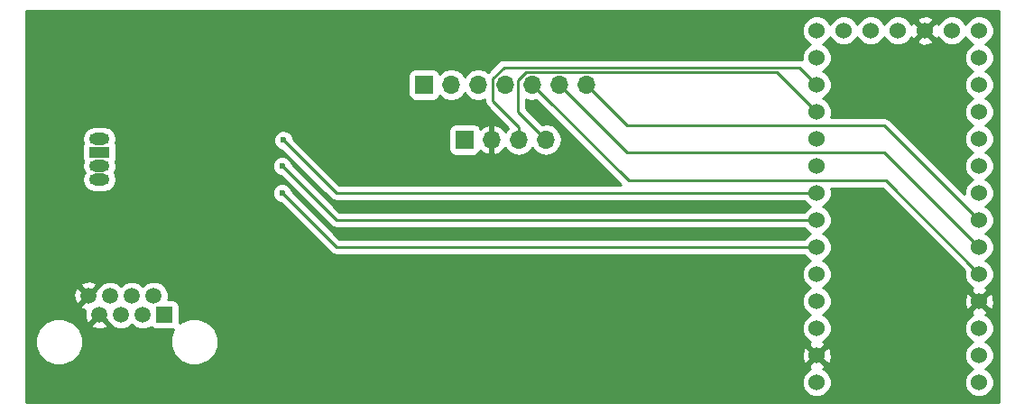
<source format=gbl>
G04 #@! TF.FileFunction,Copper,L2,Bot,Signal*
%FSLAX46Y46*%
G04 Gerber Fmt 4.6, Leading zero omitted, Abs format (unit mm)*
G04 Created by KiCad (PCBNEW 4.0.7) date Thursday, May 03, 2018 'PMt' 09:58:57 PM*
%MOMM*%
%LPD*%
G01*
G04 APERTURE LIST*
%ADD10C,0.100000*%
%ADD11R,1.700000X1.700000*%
%ADD12O,1.700000X1.700000*%
%ADD13O,1.905000X1.117600*%
%ADD14R,1.905000X1.117600*%
%ADD15R,1.500000X1.500000*%
%ADD16C,1.500000*%
%ADD17C,1.524000*%
%ADD18C,0.600000*%
%ADD19C,0.254000*%
G04 APERTURE END LIST*
D10*
D11*
X149845517Y-90242409D03*
D12*
X152385517Y-90242409D03*
X154925517Y-90242409D03*
X157465517Y-90242409D03*
D13*
X115570000Y-90170000D03*
D14*
X115570000Y-91440000D03*
D13*
X115570000Y-92710000D03*
X115570000Y-93980000D03*
D15*
X121680000Y-106680000D03*
D16*
X120660000Y-104900000D03*
X119640000Y-106680000D03*
X118620000Y-104900000D03*
X117600000Y-106680000D03*
X116580000Y-104900000D03*
X115560000Y-106680000D03*
X114540000Y-104900000D03*
D11*
X146050000Y-85090000D03*
D12*
X148590000Y-85090000D03*
X151130000Y-85090000D03*
X153670000Y-85090000D03*
X156210000Y-85090000D03*
X158750000Y-85090000D03*
X161290000Y-85090000D03*
D17*
X198120000Y-80010000D03*
X198120000Y-82550000D03*
X198120000Y-85090000D03*
X198120000Y-87630000D03*
X198120000Y-90170000D03*
X198120000Y-92710000D03*
X198120000Y-95250000D03*
X198120000Y-113030000D03*
X198120000Y-110490000D03*
X198120000Y-107950000D03*
X198120000Y-105410000D03*
X198120000Y-102870000D03*
X198120000Y-100330000D03*
X198120000Y-97790000D03*
X182880000Y-97790000D03*
X182880000Y-100330000D03*
X182880000Y-102870000D03*
X182880000Y-105410000D03*
X182880000Y-107950000D03*
X182880000Y-110490000D03*
X182880000Y-113030000D03*
X182880000Y-95250000D03*
X182880000Y-92710000D03*
X182880000Y-90170000D03*
X182880000Y-87630000D03*
X182880000Y-85090000D03*
X182880000Y-82550000D03*
X182880000Y-80010000D03*
X185420000Y-80010000D03*
X187960000Y-80010000D03*
X190500000Y-80010000D03*
X193040000Y-80010000D03*
X195580000Y-80010000D03*
D18*
X132842000Y-90297000D03*
X132715000Y-92710000D03*
X132715000Y-95250000D03*
D19*
X154925517Y-90242409D02*
X154925517Y-89040328D01*
X152492999Y-84525039D02*
X153559049Y-83458989D01*
X154925517Y-89040328D02*
X152492999Y-86607810D01*
X152492999Y-86607810D02*
X152492999Y-84525039D01*
X153559049Y-83458989D02*
X181248989Y-83458989D01*
X181248989Y-83458989D02*
X182118001Y-84328001D01*
X182118001Y-84328001D02*
X182880000Y-85090000D01*
X157465517Y-90242409D02*
X154847001Y-87623893D01*
X154847001Y-87623893D02*
X154847001Y-84711037D01*
X154847001Y-84711037D02*
X155645039Y-83912999D01*
X155645039Y-83912999D02*
X179162999Y-83912999D01*
X179162999Y-83912999D02*
X182118001Y-86868001D01*
X182118001Y-86868001D02*
X182880000Y-87630000D01*
X198120000Y-102870000D02*
X189357000Y-94107000D01*
X189357000Y-94107000D02*
X165227000Y-94107000D01*
X165227000Y-94107000D02*
X157059999Y-85939999D01*
X157059999Y-85939999D02*
X156210000Y-85090000D01*
X198120000Y-100330000D02*
X189230000Y-91440000D01*
X189230000Y-91440000D02*
X165100000Y-91440000D01*
X165100000Y-91440000D02*
X159599999Y-85939999D01*
X159599999Y-85939999D02*
X158750000Y-85090000D01*
X198120000Y-97790000D02*
X189230000Y-88900000D01*
X189230000Y-88900000D02*
X165100000Y-88900000D01*
X165100000Y-88900000D02*
X162139999Y-85939999D01*
X162139999Y-85939999D02*
X161290000Y-85090000D01*
X182880000Y-95250000D02*
X137795000Y-95250000D01*
X137795000Y-95250000D02*
X132842000Y-90297000D01*
X132715000Y-92710000D02*
X137795000Y-97790000D01*
X137795000Y-97790000D02*
X182880000Y-97790000D01*
X182880000Y-100330000D02*
X137795000Y-100330000D01*
X137795000Y-100330000D02*
X132715000Y-95250000D01*
G36*
X199950000Y-114860000D02*
X108660000Y-114860000D01*
X108660000Y-113306661D01*
X181482758Y-113306661D01*
X181694990Y-113820303D01*
X182087630Y-114213629D01*
X182600900Y-114426757D01*
X183156661Y-114427242D01*
X183670303Y-114215010D01*
X184063629Y-113822370D01*
X184276757Y-113309100D01*
X184277242Y-112753339D01*
X184065010Y-112239697D01*
X183672370Y-111846371D01*
X183480273Y-111766605D01*
X183611143Y-111712397D01*
X183680608Y-111470213D01*
X182880000Y-110669605D01*
X182079392Y-111470213D01*
X182148857Y-111712397D01*
X182289318Y-111762509D01*
X182089697Y-111844990D01*
X181696371Y-112237630D01*
X181483243Y-112750900D01*
X181482758Y-113306661D01*
X108660000Y-113306661D01*
X108660000Y-109662619D01*
X109524613Y-109662619D01*
X109864155Y-110484372D01*
X110492321Y-111113636D01*
X111313481Y-111454611D01*
X112202619Y-111455387D01*
X113024372Y-111115845D01*
X113653636Y-110487679D01*
X113994611Y-109666519D01*
X113995387Y-108777381D01*
X113655845Y-107955628D01*
X113352265Y-107651517D01*
X114768088Y-107651517D01*
X114836077Y-107892460D01*
X115355171Y-108077201D01*
X115905448Y-108049230D01*
X116283923Y-107892460D01*
X116351912Y-107651517D01*
X115560000Y-106859605D01*
X114768088Y-107651517D01*
X113352265Y-107651517D01*
X113027679Y-107326364D01*
X112206519Y-106985389D01*
X111317381Y-106984613D01*
X110495628Y-107324155D01*
X109866364Y-107952321D01*
X109525389Y-108773481D01*
X109524613Y-109662619D01*
X108660000Y-109662619D01*
X108660000Y-105871517D01*
X113748088Y-105871517D01*
X113816077Y-106112460D01*
X114238395Y-106262759D01*
X114162799Y-106475171D01*
X114190770Y-107025448D01*
X114347540Y-107403923D01*
X114588483Y-107471912D01*
X115380395Y-106680000D01*
X115366253Y-106665858D01*
X115545858Y-106486253D01*
X115560000Y-106500395D01*
X115574143Y-106486253D01*
X115753748Y-106665858D01*
X115739605Y-106680000D01*
X116356199Y-107296594D01*
X116425169Y-107463515D01*
X116814436Y-107853461D01*
X117323298Y-108064759D01*
X117874285Y-108065240D01*
X118383515Y-107854831D01*
X118620071Y-107618687D01*
X118854436Y-107853461D01*
X119363298Y-108064759D01*
X119914285Y-108065240D01*
X120423515Y-107854831D01*
X120438903Y-107839470D01*
X120465910Y-107881441D01*
X120678110Y-108026431D01*
X120930000Y-108077440D01*
X122430000Y-108077440D01*
X122521564Y-108060211D01*
X122225389Y-108773481D01*
X122224613Y-109662619D01*
X122564155Y-110484372D01*
X123192321Y-111113636D01*
X124013481Y-111454611D01*
X124902619Y-111455387D01*
X125724372Y-111115845D01*
X126353636Y-110487679D01*
X126438915Y-110282302D01*
X181470856Y-110282302D01*
X181498638Y-110837368D01*
X181657603Y-111221143D01*
X181899787Y-111290608D01*
X182700395Y-110490000D01*
X183059605Y-110490000D01*
X183860213Y-111290608D01*
X184102397Y-111221143D01*
X184289144Y-110697698D01*
X184261362Y-110142632D01*
X184102397Y-109758857D01*
X183860213Y-109689392D01*
X183059605Y-110490000D01*
X182700395Y-110490000D01*
X181899787Y-109689392D01*
X181657603Y-109758857D01*
X181470856Y-110282302D01*
X126438915Y-110282302D01*
X126694611Y-109666519D01*
X126695387Y-108777381D01*
X126355845Y-107955628D01*
X125727679Y-107326364D01*
X124906519Y-106985389D01*
X124017381Y-106984613D01*
X123195628Y-107324155D01*
X123074360Y-107445212D01*
X123077440Y-107430000D01*
X123077440Y-105930000D01*
X123033162Y-105694683D01*
X122894090Y-105478559D01*
X122681890Y-105333569D01*
X122430000Y-105282560D01*
X122000803Y-105282560D01*
X122044759Y-105176702D01*
X122045240Y-104625715D01*
X121834831Y-104116485D01*
X121445564Y-103726539D01*
X120936702Y-103515241D01*
X120385715Y-103514760D01*
X119876485Y-103725169D01*
X119639929Y-103961313D01*
X119405564Y-103726539D01*
X118896702Y-103515241D01*
X118345715Y-103514760D01*
X117836485Y-103725169D01*
X117599929Y-103961313D01*
X117365564Y-103726539D01*
X116856702Y-103515241D01*
X116305715Y-103514760D01*
X115796485Y-103725169D01*
X115406539Y-104114436D01*
X115336503Y-104283102D01*
X114719605Y-104900000D01*
X114733748Y-104914143D01*
X114554143Y-105093748D01*
X114540000Y-105079605D01*
X113748088Y-105871517D01*
X108660000Y-105871517D01*
X108660000Y-104695171D01*
X113142799Y-104695171D01*
X113170770Y-105245448D01*
X113327540Y-105623923D01*
X113568483Y-105691912D01*
X114360395Y-104900000D01*
X113568483Y-104108088D01*
X113327540Y-104176077D01*
X113142799Y-104695171D01*
X108660000Y-104695171D01*
X108660000Y-103928483D01*
X113748088Y-103928483D01*
X114540000Y-104720395D01*
X115331912Y-103928483D01*
X115263923Y-103687540D01*
X114744829Y-103502799D01*
X114194552Y-103530770D01*
X113816077Y-103687540D01*
X113748088Y-103928483D01*
X108660000Y-103928483D01*
X108660000Y-90170000D01*
X113951399Y-90170000D01*
X114037871Y-90604720D01*
X114021069Y-90629310D01*
X113970060Y-90881200D01*
X113970060Y-91998800D01*
X114014338Y-92234117D01*
X114038568Y-92271772D01*
X113951399Y-92710000D01*
X114042272Y-93166847D01*
X114161310Y-93345000D01*
X114042272Y-93523153D01*
X113951399Y-93980000D01*
X114042272Y-94436847D01*
X114301055Y-94824144D01*
X114688352Y-95082927D01*
X115145199Y-95173800D01*
X115994801Y-95173800D01*
X116451648Y-95082927D01*
X116838945Y-94824144D01*
X117097728Y-94436847D01*
X117188601Y-93980000D01*
X117097728Y-93523153D01*
X116978690Y-93345000D01*
X117097728Y-93166847D01*
X117151768Y-92895167D01*
X131779838Y-92895167D01*
X131921883Y-93238943D01*
X132184673Y-93502192D01*
X132528201Y-93644838D01*
X132572246Y-93644876D01*
X137256185Y-98328815D01*
X137503395Y-98493996D01*
X137795000Y-98552000D01*
X181683295Y-98552000D01*
X181694990Y-98580303D01*
X182087630Y-98973629D01*
X182295512Y-99059949D01*
X182089697Y-99144990D01*
X181696371Y-99537630D01*
X181683760Y-99568000D01*
X138110630Y-99568000D01*
X133650125Y-95107495D01*
X133650162Y-95064833D01*
X133508117Y-94721057D01*
X133245327Y-94457808D01*
X132901799Y-94315162D01*
X132529833Y-94314838D01*
X132186057Y-94456883D01*
X131922808Y-94719673D01*
X131780162Y-95063201D01*
X131779838Y-95435167D01*
X131921883Y-95778943D01*
X132184673Y-96042192D01*
X132528201Y-96184838D01*
X132572246Y-96184876D01*
X137256185Y-100868815D01*
X137503395Y-101033996D01*
X137795000Y-101092000D01*
X181683295Y-101092000D01*
X181694990Y-101120303D01*
X182087630Y-101513629D01*
X182295512Y-101599949D01*
X182089697Y-101684990D01*
X181696371Y-102077630D01*
X181483243Y-102590900D01*
X181482758Y-103146661D01*
X181694990Y-103660303D01*
X182087630Y-104053629D01*
X182295512Y-104139949D01*
X182089697Y-104224990D01*
X181696371Y-104617630D01*
X181483243Y-105130900D01*
X181482758Y-105686661D01*
X181694990Y-106200303D01*
X182087630Y-106593629D01*
X182295512Y-106679949D01*
X182089697Y-106764990D01*
X181696371Y-107157630D01*
X181483243Y-107670900D01*
X181482758Y-108226661D01*
X181694990Y-108740303D01*
X182087630Y-109133629D01*
X182279727Y-109213395D01*
X182148857Y-109267603D01*
X182079392Y-109509787D01*
X182880000Y-110310395D01*
X183680608Y-109509787D01*
X183611143Y-109267603D01*
X183470682Y-109217491D01*
X183670303Y-109135010D01*
X184063629Y-108742370D01*
X184276757Y-108229100D01*
X184276759Y-108226661D01*
X196722758Y-108226661D01*
X196934990Y-108740303D01*
X197327630Y-109133629D01*
X197535512Y-109219949D01*
X197329697Y-109304990D01*
X196936371Y-109697630D01*
X196723243Y-110210900D01*
X196722758Y-110766661D01*
X196934990Y-111280303D01*
X197327630Y-111673629D01*
X197535512Y-111759949D01*
X197329697Y-111844990D01*
X196936371Y-112237630D01*
X196723243Y-112750900D01*
X196722758Y-113306661D01*
X196934990Y-113820303D01*
X197327630Y-114213629D01*
X197840900Y-114426757D01*
X198396661Y-114427242D01*
X198910303Y-114215010D01*
X199303629Y-113822370D01*
X199516757Y-113309100D01*
X199517242Y-112753339D01*
X199305010Y-112239697D01*
X198912370Y-111846371D01*
X198704488Y-111760051D01*
X198910303Y-111675010D01*
X199303629Y-111282370D01*
X199516757Y-110769100D01*
X199517242Y-110213339D01*
X199305010Y-109699697D01*
X198912370Y-109306371D01*
X198704488Y-109220051D01*
X198910303Y-109135010D01*
X199303629Y-108742370D01*
X199516757Y-108229100D01*
X199517242Y-107673339D01*
X199305010Y-107159697D01*
X198912370Y-106766371D01*
X198720273Y-106686605D01*
X198851143Y-106632397D01*
X198920608Y-106390213D01*
X198120000Y-105589605D01*
X197319392Y-106390213D01*
X197388857Y-106632397D01*
X197529318Y-106682509D01*
X197329697Y-106764990D01*
X196936371Y-107157630D01*
X196723243Y-107670900D01*
X196722758Y-108226661D01*
X184276759Y-108226661D01*
X184277242Y-107673339D01*
X184065010Y-107159697D01*
X183672370Y-106766371D01*
X183464488Y-106680051D01*
X183670303Y-106595010D01*
X184063629Y-106202370D01*
X184276757Y-105689100D01*
X184277181Y-105202302D01*
X196710856Y-105202302D01*
X196738638Y-105757368D01*
X196897603Y-106141143D01*
X197139787Y-106210608D01*
X197940395Y-105410000D01*
X198299605Y-105410000D01*
X199100213Y-106210608D01*
X199342397Y-106141143D01*
X199529144Y-105617698D01*
X199501362Y-105062632D01*
X199342397Y-104678857D01*
X199100213Y-104609392D01*
X198299605Y-105410000D01*
X197940395Y-105410000D01*
X197139787Y-104609392D01*
X196897603Y-104678857D01*
X196710856Y-105202302D01*
X184277181Y-105202302D01*
X184277242Y-105133339D01*
X184065010Y-104619697D01*
X183672370Y-104226371D01*
X183464488Y-104140051D01*
X183670303Y-104055010D01*
X184063629Y-103662370D01*
X184276757Y-103149100D01*
X184277242Y-102593339D01*
X184065010Y-102079697D01*
X183672370Y-101686371D01*
X183464488Y-101600051D01*
X183670303Y-101515010D01*
X184063629Y-101122370D01*
X184276757Y-100609100D01*
X184277242Y-100053339D01*
X184065010Y-99539697D01*
X183672370Y-99146371D01*
X183464488Y-99060051D01*
X183670303Y-98975010D01*
X184063629Y-98582370D01*
X184276757Y-98069100D01*
X184277242Y-97513339D01*
X184065010Y-96999697D01*
X183672370Y-96606371D01*
X183464488Y-96520051D01*
X183670303Y-96435010D01*
X184063629Y-96042370D01*
X184276757Y-95529100D01*
X184277242Y-94973339D01*
X184234130Y-94869000D01*
X189041370Y-94869000D01*
X196734987Y-102562618D01*
X196723243Y-102590900D01*
X196722758Y-103146661D01*
X196934990Y-103660303D01*
X197327630Y-104053629D01*
X197519727Y-104133395D01*
X197388857Y-104187603D01*
X197319392Y-104429787D01*
X198120000Y-105230395D01*
X198920608Y-104429787D01*
X198851143Y-104187603D01*
X198710682Y-104137491D01*
X198910303Y-104055010D01*
X199303629Y-103662370D01*
X199516757Y-103149100D01*
X199517242Y-102593339D01*
X199305010Y-102079697D01*
X198912370Y-101686371D01*
X198704488Y-101600051D01*
X198910303Y-101515010D01*
X199303629Y-101122370D01*
X199516757Y-100609100D01*
X199517242Y-100053339D01*
X199305010Y-99539697D01*
X198912370Y-99146371D01*
X198704488Y-99060051D01*
X198910303Y-98975010D01*
X199303629Y-98582370D01*
X199516757Y-98069100D01*
X199517242Y-97513339D01*
X199305010Y-96999697D01*
X198912370Y-96606371D01*
X198704488Y-96520051D01*
X198910303Y-96435010D01*
X199303629Y-96042370D01*
X199516757Y-95529100D01*
X199517242Y-94973339D01*
X199305010Y-94459697D01*
X198912370Y-94066371D01*
X198704488Y-93980051D01*
X198910303Y-93895010D01*
X199303629Y-93502370D01*
X199516757Y-92989100D01*
X199517242Y-92433339D01*
X199305010Y-91919697D01*
X198912370Y-91526371D01*
X198704488Y-91440051D01*
X198910303Y-91355010D01*
X199303629Y-90962370D01*
X199516757Y-90449100D01*
X199517242Y-89893339D01*
X199305010Y-89379697D01*
X198912370Y-88986371D01*
X198704488Y-88900051D01*
X198910303Y-88815010D01*
X199303629Y-88422370D01*
X199516757Y-87909100D01*
X199517242Y-87353339D01*
X199305010Y-86839697D01*
X198912370Y-86446371D01*
X198704488Y-86360051D01*
X198910303Y-86275010D01*
X199303629Y-85882370D01*
X199516757Y-85369100D01*
X199517242Y-84813339D01*
X199305010Y-84299697D01*
X198912370Y-83906371D01*
X198704488Y-83820051D01*
X198910303Y-83735010D01*
X199303629Y-83342370D01*
X199516757Y-82829100D01*
X199517242Y-82273339D01*
X199305010Y-81759697D01*
X198912370Y-81366371D01*
X198704488Y-81280051D01*
X198910303Y-81195010D01*
X199303629Y-80802370D01*
X199516757Y-80289100D01*
X199517242Y-79733339D01*
X199305010Y-79219697D01*
X198912370Y-78826371D01*
X198399100Y-78613243D01*
X197843339Y-78612758D01*
X197329697Y-78824990D01*
X196936371Y-79217630D01*
X196850051Y-79425512D01*
X196765010Y-79219697D01*
X196372370Y-78826371D01*
X195859100Y-78613243D01*
X195303339Y-78612758D01*
X194789697Y-78824990D01*
X194396371Y-79217630D01*
X194316605Y-79409727D01*
X194262397Y-79278857D01*
X194020213Y-79209392D01*
X193219605Y-80010000D01*
X194020213Y-80810608D01*
X194262397Y-80741143D01*
X194312509Y-80600682D01*
X194394990Y-80800303D01*
X194787630Y-81193629D01*
X195300900Y-81406757D01*
X195856661Y-81407242D01*
X196370303Y-81195010D01*
X196763629Y-80802370D01*
X196849949Y-80594488D01*
X196934990Y-80800303D01*
X197327630Y-81193629D01*
X197535512Y-81279949D01*
X197329697Y-81364990D01*
X196936371Y-81757630D01*
X196723243Y-82270900D01*
X196722758Y-82826661D01*
X196934990Y-83340303D01*
X197327630Y-83733629D01*
X197535512Y-83819949D01*
X197329697Y-83904990D01*
X196936371Y-84297630D01*
X196723243Y-84810900D01*
X196722758Y-85366661D01*
X196934990Y-85880303D01*
X197327630Y-86273629D01*
X197535512Y-86359949D01*
X197329697Y-86444990D01*
X196936371Y-86837630D01*
X196723243Y-87350900D01*
X196722758Y-87906661D01*
X196934990Y-88420303D01*
X197327630Y-88813629D01*
X197535512Y-88899949D01*
X197329697Y-88984990D01*
X196936371Y-89377630D01*
X196723243Y-89890900D01*
X196722758Y-90446661D01*
X196934990Y-90960303D01*
X197327630Y-91353629D01*
X197535512Y-91439949D01*
X197329697Y-91524990D01*
X196936371Y-91917630D01*
X196723243Y-92430900D01*
X196722758Y-92986661D01*
X196934990Y-93500303D01*
X197327630Y-93893629D01*
X197535512Y-93979949D01*
X197329697Y-94064990D01*
X196936371Y-94457630D01*
X196723243Y-94970900D01*
X196722942Y-95315312D01*
X189768815Y-88361185D01*
X189644811Y-88278328D01*
X189521605Y-88196004D01*
X189230000Y-88138000D01*
X184181710Y-88138000D01*
X184276757Y-87909100D01*
X184277242Y-87353339D01*
X184065010Y-86839697D01*
X183672370Y-86446371D01*
X183464488Y-86360051D01*
X183670303Y-86275010D01*
X184063629Y-85882370D01*
X184276757Y-85369100D01*
X184277242Y-84813339D01*
X184065010Y-84299697D01*
X183672370Y-83906371D01*
X183464488Y-83820051D01*
X183670303Y-83735010D01*
X184063629Y-83342370D01*
X184276757Y-82829100D01*
X184277242Y-82273339D01*
X184065010Y-81759697D01*
X183672370Y-81366371D01*
X183464488Y-81280051D01*
X183670303Y-81195010D01*
X184063629Y-80802370D01*
X184149949Y-80594488D01*
X184234990Y-80800303D01*
X184627630Y-81193629D01*
X185140900Y-81406757D01*
X185696661Y-81407242D01*
X186210303Y-81195010D01*
X186603629Y-80802370D01*
X186689949Y-80594488D01*
X186774990Y-80800303D01*
X187167630Y-81193629D01*
X187680900Y-81406757D01*
X188236661Y-81407242D01*
X188750303Y-81195010D01*
X189143629Y-80802370D01*
X189229949Y-80594488D01*
X189314990Y-80800303D01*
X189707630Y-81193629D01*
X190220900Y-81406757D01*
X190776661Y-81407242D01*
X191290303Y-81195010D01*
X191495457Y-80990213D01*
X192239392Y-80990213D01*
X192308857Y-81232397D01*
X192832302Y-81419144D01*
X193387368Y-81391362D01*
X193771143Y-81232397D01*
X193840608Y-80990213D01*
X193040000Y-80189605D01*
X192239392Y-80990213D01*
X191495457Y-80990213D01*
X191683629Y-80802370D01*
X191763395Y-80610273D01*
X191817603Y-80741143D01*
X192059787Y-80810608D01*
X192860395Y-80010000D01*
X192059787Y-79209392D01*
X191817603Y-79278857D01*
X191767491Y-79419318D01*
X191685010Y-79219697D01*
X191495432Y-79029787D01*
X192239392Y-79029787D01*
X193040000Y-79830395D01*
X193840608Y-79029787D01*
X193771143Y-78787603D01*
X193247698Y-78600856D01*
X192692632Y-78628638D01*
X192308857Y-78787603D01*
X192239392Y-79029787D01*
X191495432Y-79029787D01*
X191292370Y-78826371D01*
X190779100Y-78613243D01*
X190223339Y-78612758D01*
X189709697Y-78824990D01*
X189316371Y-79217630D01*
X189230051Y-79425512D01*
X189145010Y-79219697D01*
X188752370Y-78826371D01*
X188239100Y-78613243D01*
X187683339Y-78612758D01*
X187169697Y-78824990D01*
X186776371Y-79217630D01*
X186690051Y-79425512D01*
X186605010Y-79219697D01*
X186212370Y-78826371D01*
X185699100Y-78613243D01*
X185143339Y-78612758D01*
X184629697Y-78824990D01*
X184236371Y-79217630D01*
X184150051Y-79425512D01*
X184065010Y-79219697D01*
X183672370Y-78826371D01*
X183159100Y-78613243D01*
X182603339Y-78612758D01*
X182089697Y-78824990D01*
X181696371Y-79217630D01*
X181483243Y-79730900D01*
X181482758Y-80286661D01*
X181694990Y-80800303D01*
X182087630Y-81193629D01*
X182295512Y-81279949D01*
X182089697Y-81364990D01*
X181696371Y-81757630D01*
X181483243Y-82270900D01*
X181482831Y-82743503D01*
X181248989Y-82696989D01*
X153559049Y-82696989D01*
X153267444Y-82754993D01*
X153020233Y-82920174D01*
X152029891Y-83910517D01*
X151698285Y-83688946D01*
X151130000Y-83575907D01*
X150561715Y-83688946D01*
X150079946Y-84010853D01*
X149860000Y-84340026D01*
X149640054Y-84010853D01*
X149158285Y-83688946D01*
X148590000Y-83575907D01*
X148021715Y-83688946D01*
X147539946Y-84010853D01*
X147512150Y-84052452D01*
X147503162Y-84004683D01*
X147364090Y-83788559D01*
X147151890Y-83643569D01*
X146900000Y-83592560D01*
X145200000Y-83592560D01*
X144964683Y-83636838D01*
X144748559Y-83775910D01*
X144603569Y-83988110D01*
X144552560Y-84240000D01*
X144552560Y-85940000D01*
X144596838Y-86175317D01*
X144735910Y-86391441D01*
X144948110Y-86536431D01*
X145200000Y-86587440D01*
X146900000Y-86587440D01*
X147135317Y-86543162D01*
X147351441Y-86404090D01*
X147496431Y-86191890D01*
X147510086Y-86124459D01*
X147539946Y-86169147D01*
X148021715Y-86491054D01*
X148590000Y-86604093D01*
X149158285Y-86491054D01*
X149640054Y-86169147D01*
X149860000Y-85839974D01*
X150079946Y-86169147D01*
X150561715Y-86491054D01*
X151130000Y-86604093D01*
X151698285Y-86491054D01*
X151730999Y-86469195D01*
X151730999Y-86607810D01*
X151789003Y-86899415D01*
X151954184Y-87146625D01*
X153932626Y-89125067D01*
X153875463Y-89163262D01*
X153647815Y-89503962D01*
X153580700Y-89361051D01*
X153152441Y-88970764D01*
X152742407Y-88800933D01*
X152512517Y-88922254D01*
X152512517Y-90115409D01*
X152532517Y-90115409D01*
X152532517Y-90369409D01*
X152512517Y-90369409D01*
X152512517Y-91562564D01*
X152742407Y-91683885D01*
X153152441Y-91514054D01*
X153580700Y-91123767D01*
X153647815Y-90980856D01*
X153875463Y-91321556D01*
X154357232Y-91643463D01*
X154925517Y-91756502D01*
X155493802Y-91643463D01*
X155975571Y-91321556D01*
X156195517Y-90992383D01*
X156415463Y-91321556D01*
X156897232Y-91643463D01*
X157465517Y-91756502D01*
X158033802Y-91643463D01*
X158515571Y-91321556D01*
X158837478Y-90839787D01*
X158950517Y-90271502D01*
X158950517Y-90213316D01*
X158837478Y-89645031D01*
X158515571Y-89163262D01*
X158033802Y-88841355D01*
X157465517Y-88728316D01*
X157101468Y-88800730D01*
X155609001Y-87308263D01*
X155609001Y-86469195D01*
X155641715Y-86491054D01*
X156210000Y-86604093D01*
X156574049Y-86531679D01*
X164530369Y-94488000D01*
X138110631Y-94488000D01*
X133777125Y-90154495D01*
X133777162Y-90111833D01*
X133635117Y-89768057D01*
X133372327Y-89504808D01*
X133101642Y-89392409D01*
X148348077Y-89392409D01*
X148348077Y-91092409D01*
X148392355Y-91327726D01*
X148531427Y-91543850D01*
X148743627Y-91688840D01*
X148995517Y-91739849D01*
X150695517Y-91739849D01*
X150930834Y-91695571D01*
X151146958Y-91556499D01*
X151291948Y-91344299D01*
X151313818Y-91236302D01*
X151618593Y-91514054D01*
X152028627Y-91683885D01*
X152258517Y-91562564D01*
X152258517Y-90369409D01*
X152238517Y-90369409D01*
X152238517Y-90115409D01*
X152258517Y-90115409D01*
X152258517Y-88922254D01*
X152028627Y-88800933D01*
X151618593Y-88970764D01*
X151315580Y-89246910D01*
X151298679Y-89157092D01*
X151159607Y-88940968D01*
X150947407Y-88795978D01*
X150695517Y-88744969D01*
X148995517Y-88744969D01*
X148760200Y-88789247D01*
X148544076Y-88928319D01*
X148399086Y-89140519D01*
X148348077Y-89392409D01*
X133101642Y-89392409D01*
X133028799Y-89362162D01*
X132656833Y-89361838D01*
X132313057Y-89503883D01*
X132049808Y-89766673D01*
X131907162Y-90110201D01*
X131906838Y-90482167D01*
X132048883Y-90825943D01*
X132311673Y-91089192D01*
X132655201Y-91231838D01*
X132699246Y-91231876D01*
X137256185Y-95788816D01*
X137404377Y-95887834D01*
X137503395Y-95953996D01*
X137795000Y-96012000D01*
X181683295Y-96012000D01*
X181694990Y-96040303D01*
X182087630Y-96433629D01*
X182295512Y-96519949D01*
X182089697Y-96604990D01*
X181696371Y-96997630D01*
X181683760Y-97028000D01*
X138110630Y-97028000D01*
X133650125Y-92567495D01*
X133650162Y-92524833D01*
X133508117Y-92181057D01*
X133245327Y-91917808D01*
X132901799Y-91775162D01*
X132529833Y-91774838D01*
X132186057Y-91916883D01*
X131922808Y-92179673D01*
X131780162Y-92523201D01*
X131779838Y-92895167D01*
X117151768Y-92895167D01*
X117188601Y-92710000D01*
X117102129Y-92275280D01*
X117118931Y-92250690D01*
X117169940Y-91998800D01*
X117169940Y-90881200D01*
X117125662Y-90645883D01*
X117101432Y-90608228D01*
X117188601Y-90170000D01*
X117097728Y-89713153D01*
X116838945Y-89325856D01*
X116451648Y-89067073D01*
X115994801Y-88976200D01*
X115145199Y-88976200D01*
X114688352Y-89067073D01*
X114301055Y-89325856D01*
X114042272Y-89713153D01*
X113951399Y-90170000D01*
X108660000Y-90170000D01*
X108660000Y-78180000D01*
X199950000Y-78180000D01*
X199950000Y-114860000D01*
X199950000Y-114860000D01*
G37*
X199950000Y-114860000D02*
X108660000Y-114860000D01*
X108660000Y-113306661D01*
X181482758Y-113306661D01*
X181694990Y-113820303D01*
X182087630Y-114213629D01*
X182600900Y-114426757D01*
X183156661Y-114427242D01*
X183670303Y-114215010D01*
X184063629Y-113822370D01*
X184276757Y-113309100D01*
X184277242Y-112753339D01*
X184065010Y-112239697D01*
X183672370Y-111846371D01*
X183480273Y-111766605D01*
X183611143Y-111712397D01*
X183680608Y-111470213D01*
X182880000Y-110669605D01*
X182079392Y-111470213D01*
X182148857Y-111712397D01*
X182289318Y-111762509D01*
X182089697Y-111844990D01*
X181696371Y-112237630D01*
X181483243Y-112750900D01*
X181482758Y-113306661D01*
X108660000Y-113306661D01*
X108660000Y-109662619D01*
X109524613Y-109662619D01*
X109864155Y-110484372D01*
X110492321Y-111113636D01*
X111313481Y-111454611D01*
X112202619Y-111455387D01*
X113024372Y-111115845D01*
X113653636Y-110487679D01*
X113994611Y-109666519D01*
X113995387Y-108777381D01*
X113655845Y-107955628D01*
X113352265Y-107651517D01*
X114768088Y-107651517D01*
X114836077Y-107892460D01*
X115355171Y-108077201D01*
X115905448Y-108049230D01*
X116283923Y-107892460D01*
X116351912Y-107651517D01*
X115560000Y-106859605D01*
X114768088Y-107651517D01*
X113352265Y-107651517D01*
X113027679Y-107326364D01*
X112206519Y-106985389D01*
X111317381Y-106984613D01*
X110495628Y-107324155D01*
X109866364Y-107952321D01*
X109525389Y-108773481D01*
X109524613Y-109662619D01*
X108660000Y-109662619D01*
X108660000Y-105871517D01*
X113748088Y-105871517D01*
X113816077Y-106112460D01*
X114238395Y-106262759D01*
X114162799Y-106475171D01*
X114190770Y-107025448D01*
X114347540Y-107403923D01*
X114588483Y-107471912D01*
X115380395Y-106680000D01*
X115366253Y-106665858D01*
X115545858Y-106486253D01*
X115560000Y-106500395D01*
X115574143Y-106486253D01*
X115753748Y-106665858D01*
X115739605Y-106680000D01*
X116356199Y-107296594D01*
X116425169Y-107463515D01*
X116814436Y-107853461D01*
X117323298Y-108064759D01*
X117874285Y-108065240D01*
X118383515Y-107854831D01*
X118620071Y-107618687D01*
X118854436Y-107853461D01*
X119363298Y-108064759D01*
X119914285Y-108065240D01*
X120423515Y-107854831D01*
X120438903Y-107839470D01*
X120465910Y-107881441D01*
X120678110Y-108026431D01*
X120930000Y-108077440D01*
X122430000Y-108077440D01*
X122521564Y-108060211D01*
X122225389Y-108773481D01*
X122224613Y-109662619D01*
X122564155Y-110484372D01*
X123192321Y-111113636D01*
X124013481Y-111454611D01*
X124902619Y-111455387D01*
X125724372Y-111115845D01*
X126353636Y-110487679D01*
X126438915Y-110282302D01*
X181470856Y-110282302D01*
X181498638Y-110837368D01*
X181657603Y-111221143D01*
X181899787Y-111290608D01*
X182700395Y-110490000D01*
X183059605Y-110490000D01*
X183860213Y-111290608D01*
X184102397Y-111221143D01*
X184289144Y-110697698D01*
X184261362Y-110142632D01*
X184102397Y-109758857D01*
X183860213Y-109689392D01*
X183059605Y-110490000D01*
X182700395Y-110490000D01*
X181899787Y-109689392D01*
X181657603Y-109758857D01*
X181470856Y-110282302D01*
X126438915Y-110282302D01*
X126694611Y-109666519D01*
X126695387Y-108777381D01*
X126355845Y-107955628D01*
X125727679Y-107326364D01*
X124906519Y-106985389D01*
X124017381Y-106984613D01*
X123195628Y-107324155D01*
X123074360Y-107445212D01*
X123077440Y-107430000D01*
X123077440Y-105930000D01*
X123033162Y-105694683D01*
X122894090Y-105478559D01*
X122681890Y-105333569D01*
X122430000Y-105282560D01*
X122000803Y-105282560D01*
X122044759Y-105176702D01*
X122045240Y-104625715D01*
X121834831Y-104116485D01*
X121445564Y-103726539D01*
X120936702Y-103515241D01*
X120385715Y-103514760D01*
X119876485Y-103725169D01*
X119639929Y-103961313D01*
X119405564Y-103726539D01*
X118896702Y-103515241D01*
X118345715Y-103514760D01*
X117836485Y-103725169D01*
X117599929Y-103961313D01*
X117365564Y-103726539D01*
X116856702Y-103515241D01*
X116305715Y-103514760D01*
X115796485Y-103725169D01*
X115406539Y-104114436D01*
X115336503Y-104283102D01*
X114719605Y-104900000D01*
X114733748Y-104914143D01*
X114554143Y-105093748D01*
X114540000Y-105079605D01*
X113748088Y-105871517D01*
X108660000Y-105871517D01*
X108660000Y-104695171D01*
X113142799Y-104695171D01*
X113170770Y-105245448D01*
X113327540Y-105623923D01*
X113568483Y-105691912D01*
X114360395Y-104900000D01*
X113568483Y-104108088D01*
X113327540Y-104176077D01*
X113142799Y-104695171D01*
X108660000Y-104695171D01*
X108660000Y-103928483D01*
X113748088Y-103928483D01*
X114540000Y-104720395D01*
X115331912Y-103928483D01*
X115263923Y-103687540D01*
X114744829Y-103502799D01*
X114194552Y-103530770D01*
X113816077Y-103687540D01*
X113748088Y-103928483D01*
X108660000Y-103928483D01*
X108660000Y-90170000D01*
X113951399Y-90170000D01*
X114037871Y-90604720D01*
X114021069Y-90629310D01*
X113970060Y-90881200D01*
X113970060Y-91998800D01*
X114014338Y-92234117D01*
X114038568Y-92271772D01*
X113951399Y-92710000D01*
X114042272Y-93166847D01*
X114161310Y-93345000D01*
X114042272Y-93523153D01*
X113951399Y-93980000D01*
X114042272Y-94436847D01*
X114301055Y-94824144D01*
X114688352Y-95082927D01*
X115145199Y-95173800D01*
X115994801Y-95173800D01*
X116451648Y-95082927D01*
X116838945Y-94824144D01*
X117097728Y-94436847D01*
X117188601Y-93980000D01*
X117097728Y-93523153D01*
X116978690Y-93345000D01*
X117097728Y-93166847D01*
X117151768Y-92895167D01*
X131779838Y-92895167D01*
X131921883Y-93238943D01*
X132184673Y-93502192D01*
X132528201Y-93644838D01*
X132572246Y-93644876D01*
X137256185Y-98328815D01*
X137503395Y-98493996D01*
X137795000Y-98552000D01*
X181683295Y-98552000D01*
X181694990Y-98580303D01*
X182087630Y-98973629D01*
X182295512Y-99059949D01*
X182089697Y-99144990D01*
X181696371Y-99537630D01*
X181683760Y-99568000D01*
X138110630Y-99568000D01*
X133650125Y-95107495D01*
X133650162Y-95064833D01*
X133508117Y-94721057D01*
X133245327Y-94457808D01*
X132901799Y-94315162D01*
X132529833Y-94314838D01*
X132186057Y-94456883D01*
X131922808Y-94719673D01*
X131780162Y-95063201D01*
X131779838Y-95435167D01*
X131921883Y-95778943D01*
X132184673Y-96042192D01*
X132528201Y-96184838D01*
X132572246Y-96184876D01*
X137256185Y-100868815D01*
X137503395Y-101033996D01*
X137795000Y-101092000D01*
X181683295Y-101092000D01*
X181694990Y-101120303D01*
X182087630Y-101513629D01*
X182295512Y-101599949D01*
X182089697Y-101684990D01*
X181696371Y-102077630D01*
X181483243Y-102590900D01*
X181482758Y-103146661D01*
X181694990Y-103660303D01*
X182087630Y-104053629D01*
X182295512Y-104139949D01*
X182089697Y-104224990D01*
X181696371Y-104617630D01*
X181483243Y-105130900D01*
X181482758Y-105686661D01*
X181694990Y-106200303D01*
X182087630Y-106593629D01*
X182295512Y-106679949D01*
X182089697Y-106764990D01*
X181696371Y-107157630D01*
X181483243Y-107670900D01*
X181482758Y-108226661D01*
X181694990Y-108740303D01*
X182087630Y-109133629D01*
X182279727Y-109213395D01*
X182148857Y-109267603D01*
X182079392Y-109509787D01*
X182880000Y-110310395D01*
X183680608Y-109509787D01*
X183611143Y-109267603D01*
X183470682Y-109217491D01*
X183670303Y-109135010D01*
X184063629Y-108742370D01*
X184276757Y-108229100D01*
X184276759Y-108226661D01*
X196722758Y-108226661D01*
X196934990Y-108740303D01*
X197327630Y-109133629D01*
X197535512Y-109219949D01*
X197329697Y-109304990D01*
X196936371Y-109697630D01*
X196723243Y-110210900D01*
X196722758Y-110766661D01*
X196934990Y-111280303D01*
X197327630Y-111673629D01*
X197535512Y-111759949D01*
X197329697Y-111844990D01*
X196936371Y-112237630D01*
X196723243Y-112750900D01*
X196722758Y-113306661D01*
X196934990Y-113820303D01*
X197327630Y-114213629D01*
X197840900Y-114426757D01*
X198396661Y-114427242D01*
X198910303Y-114215010D01*
X199303629Y-113822370D01*
X199516757Y-113309100D01*
X199517242Y-112753339D01*
X199305010Y-112239697D01*
X198912370Y-111846371D01*
X198704488Y-111760051D01*
X198910303Y-111675010D01*
X199303629Y-111282370D01*
X199516757Y-110769100D01*
X199517242Y-110213339D01*
X199305010Y-109699697D01*
X198912370Y-109306371D01*
X198704488Y-109220051D01*
X198910303Y-109135010D01*
X199303629Y-108742370D01*
X199516757Y-108229100D01*
X199517242Y-107673339D01*
X199305010Y-107159697D01*
X198912370Y-106766371D01*
X198720273Y-106686605D01*
X198851143Y-106632397D01*
X198920608Y-106390213D01*
X198120000Y-105589605D01*
X197319392Y-106390213D01*
X197388857Y-106632397D01*
X197529318Y-106682509D01*
X197329697Y-106764990D01*
X196936371Y-107157630D01*
X196723243Y-107670900D01*
X196722758Y-108226661D01*
X184276759Y-108226661D01*
X184277242Y-107673339D01*
X184065010Y-107159697D01*
X183672370Y-106766371D01*
X183464488Y-106680051D01*
X183670303Y-106595010D01*
X184063629Y-106202370D01*
X184276757Y-105689100D01*
X184277181Y-105202302D01*
X196710856Y-105202302D01*
X196738638Y-105757368D01*
X196897603Y-106141143D01*
X197139787Y-106210608D01*
X197940395Y-105410000D01*
X198299605Y-105410000D01*
X199100213Y-106210608D01*
X199342397Y-106141143D01*
X199529144Y-105617698D01*
X199501362Y-105062632D01*
X199342397Y-104678857D01*
X199100213Y-104609392D01*
X198299605Y-105410000D01*
X197940395Y-105410000D01*
X197139787Y-104609392D01*
X196897603Y-104678857D01*
X196710856Y-105202302D01*
X184277181Y-105202302D01*
X184277242Y-105133339D01*
X184065010Y-104619697D01*
X183672370Y-104226371D01*
X183464488Y-104140051D01*
X183670303Y-104055010D01*
X184063629Y-103662370D01*
X184276757Y-103149100D01*
X184277242Y-102593339D01*
X184065010Y-102079697D01*
X183672370Y-101686371D01*
X183464488Y-101600051D01*
X183670303Y-101515010D01*
X184063629Y-101122370D01*
X184276757Y-100609100D01*
X184277242Y-100053339D01*
X184065010Y-99539697D01*
X183672370Y-99146371D01*
X183464488Y-99060051D01*
X183670303Y-98975010D01*
X184063629Y-98582370D01*
X184276757Y-98069100D01*
X184277242Y-97513339D01*
X184065010Y-96999697D01*
X183672370Y-96606371D01*
X183464488Y-96520051D01*
X183670303Y-96435010D01*
X184063629Y-96042370D01*
X184276757Y-95529100D01*
X184277242Y-94973339D01*
X184234130Y-94869000D01*
X189041370Y-94869000D01*
X196734987Y-102562618D01*
X196723243Y-102590900D01*
X196722758Y-103146661D01*
X196934990Y-103660303D01*
X197327630Y-104053629D01*
X197519727Y-104133395D01*
X197388857Y-104187603D01*
X197319392Y-104429787D01*
X198120000Y-105230395D01*
X198920608Y-104429787D01*
X198851143Y-104187603D01*
X198710682Y-104137491D01*
X198910303Y-104055010D01*
X199303629Y-103662370D01*
X199516757Y-103149100D01*
X199517242Y-102593339D01*
X199305010Y-102079697D01*
X198912370Y-101686371D01*
X198704488Y-101600051D01*
X198910303Y-101515010D01*
X199303629Y-101122370D01*
X199516757Y-100609100D01*
X199517242Y-100053339D01*
X199305010Y-99539697D01*
X198912370Y-99146371D01*
X198704488Y-99060051D01*
X198910303Y-98975010D01*
X199303629Y-98582370D01*
X199516757Y-98069100D01*
X199517242Y-97513339D01*
X199305010Y-96999697D01*
X198912370Y-96606371D01*
X198704488Y-96520051D01*
X198910303Y-96435010D01*
X199303629Y-96042370D01*
X199516757Y-95529100D01*
X199517242Y-94973339D01*
X199305010Y-94459697D01*
X198912370Y-94066371D01*
X198704488Y-93980051D01*
X198910303Y-93895010D01*
X199303629Y-93502370D01*
X199516757Y-92989100D01*
X199517242Y-92433339D01*
X199305010Y-91919697D01*
X198912370Y-91526371D01*
X198704488Y-91440051D01*
X198910303Y-91355010D01*
X199303629Y-90962370D01*
X199516757Y-90449100D01*
X199517242Y-89893339D01*
X199305010Y-89379697D01*
X198912370Y-88986371D01*
X198704488Y-88900051D01*
X198910303Y-88815010D01*
X199303629Y-88422370D01*
X199516757Y-87909100D01*
X199517242Y-87353339D01*
X199305010Y-86839697D01*
X198912370Y-86446371D01*
X198704488Y-86360051D01*
X198910303Y-86275010D01*
X199303629Y-85882370D01*
X199516757Y-85369100D01*
X199517242Y-84813339D01*
X199305010Y-84299697D01*
X198912370Y-83906371D01*
X198704488Y-83820051D01*
X198910303Y-83735010D01*
X199303629Y-83342370D01*
X199516757Y-82829100D01*
X199517242Y-82273339D01*
X199305010Y-81759697D01*
X198912370Y-81366371D01*
X198704488Y-81280051D01*
X198910303Y-81195010D01*
X199303629Y-80802370D01*
X199516757Y-80289100D01*
X199517242Y-79733339D01*
X199305010Y-79219697D01*
X198912370Y-78826371D01*
X198399100Y-78613243D01*
X197843339Y-78612758D01*
X197329697Y-78824990D01*
X196936371Y-79217630D01*
X196850051Y-79425512D01*
X196765010Y-79219697D01*
X196372370Y-78826371D01*
X195859100Y-78613243D01*
X195303339Y-78612758D01*
X194789697Y-78824990D01*
X194396371Y-79217630D01*
X194316605Y-79409727D01*
X194262397Y-79278857D01*
X194020213Y-79209392D01*
X193219605Y-80010000D01*
X194020213Y-80810608D01*
X194262397Y-80741143D01*
X194312509Y-80600682D01*
X194394990Y-80800303D01*
X194787630Y-81193629D01*
X195300900Y-81406757D01*
X195856661Y-81407242D01*
X196370303Y-81195010D01*
X196763629Y-80802370D01*
X196849949Y-80594488D01*
X196934990Y-80800303D01*
X197327630Y-81193629D01*
X197535512Y-81279949D01*
X197329697Y-81364990D01*
X196936371Y-81757630D01*
X196723243Y-82270900D01*
X196722758Y-82826661D01*
X196934990Y-83340303D01*
X197327630Y-83733629D01*
X197535512Y-83819949D01*
X197329697Y-83904990D01*
X196936371Y-84297630D01*
X196723243Y-84810900D01*
X196722758Y-85366661D01*
X196934990Y-85880303D01*
X197327630Y-86273629D01*
X197535512Y-86359949D01*
X197329697Y-86444990D01*
X196936371Y-86837630D01*
X196723243Y-87350900D01*
X196722758Y-87906661D01*
X196934990Y-88420303D01*
X197327630Y-88813629D01*
X197535512Y-88899949D01*
X197329697Y-88984990D01*
X196936371Y-89377630D01*
X196723243Y-89890900D01*
X196722758Y-90446661D01*
X196934990Y-90960303D01*
X197327630Y-91353629D01*
X197535512Y-91439949D01*
X197329697Y-91524990D01*
X196936371Y-91917630D01*
X196723243Y-92430900D01*
X196722758Y-92986661D01*
X196934990Y-93500303D01*
X197327630Y-93893629D01*
X197535512Y-93979949D01*
X197329697Y-94064990D01*
X196936371Y-94457630D01*
X196723243Y-94970900D01*
X196722942Y-95315312D01*
X189768815Y-88361185D01*
X189644811Y-88278328D01*
X189521605Y-88196004D01*
X189230000Y-88138000D01*
X184181710Y-88138000D01*
X184276757Y-87909100D01*
X184277242Y-87353339D01*
X184065010Y-86839697D01*
X183672370Y-86446371D01*
X183464488Y-86360051D01*
X183670303Y-86275010D01*
X184063629Y-85882370D01*
X184276757Y-85369100D01*
X184277242Y-84813339D01*
X184065010Y-84299697D01*
X183672370Y-83906371D01*
X183464488Y-83820051D01*
X183670303Y-83735010D01*
X184063629Y-83342370D01*
X184276757Y-82829100D01*
X184277242Y-82273339D01*
X184065010Y-81759697D01*
X183672370Y-81366371D01*
X183464488Y-81280051D01*
X183670303Y-81195010D01*
X184063629Y-80802370D01*
X184149949Y-80594488D01*
X184234990Y-80800303D01*
X184627630Y-81193629D01*
X185140900Y-81406757D01*
X185696661Y-81407242D01*
X186210303Y-81195010D01*
X186603629Y-80802370D01*
X186689949Y-80594488D01*
X186774990Y-80800303D01*
X187167630Y-81193629D01*
X187680900Y-81406757D01*
X188236661Y-81407242D01*
X188750303Y-81195010D01*
X189143629Y-80802370D01*
X189229949Y-80594488D01*
X189314990Y-80800303D01*
X189707630Y-81193629D01*
X190220900Y-81406757D01*
X190776661Y-81407242D01*
X191290303Y-81195010D01*
X191495457Y-80990213D01*
X192239392Y-80990213D01*
X192308857Y-81232397D01*
X192832302Y-81419144D01*
X193387368Y-81391362D01*
X193771143Y-81232397D01*
X193840608Y-80990213D01*
X193040000Y-80189605D01*
X192239392Y-80990213D01*
X191495457Y-80990213D01*
X191683629Y-80802370D01*
X191763395Y-80610273D01*
X191817603Y-80741143D01*
X192059787Y-80810608D01*
X192860395Y-80010000D01*
X192059787Y-79209392D01*
X191817603Y-79278857D01*
X191767491Y-79419318D01*
X191685010Y-79219697D01*
X191495432Y-79029787D01*
X192239392Y-79029787D01*
X193040000Y-79830395D01*
X193840608Y-79029787D01*
X193771143Y-78787603D01*
X193247698Y-78600856D01*
X192692632Y-78628638D01*
X192308857Y-78787603D01*
X192239392Y-79029787D01*
X191495432Y-79029787D01*
X191292370Y-78826371D01*
X190779100Y-78613243D01*
X190223339Y-78612758D01*
X189709697Y-78824990D01*
X189316371Y-79217630D01*
X189230051Y-79425512D01*
X189145010Y-79219697D01*
X188752370Y-78826371D01*
X188239100Y-78613243D01*
X187683339Y-78612758D01*
X187169697Y-78824990D01*
X186776371Y-79217630D01*
X186690051Y-79425512D01*
X186605010Y-79219697D01*
X186212370Y-78826371D01*
X185699100Y-78613243D01*
X185143339Y-78612758D01*
X184629697Y-78824990D01*
X184236371Y-79217630D01*
X184150051Y-79425512D01*
X184065010Y-79219697D01*
X183672370Y-78826371D01*
X183159100Y-78613243D01*
X182603339Y-78612758D01*
X182089697Y-78824990D01*
X181696371Y-79217630D01*
X181483243Y-79730900D01*
X181482758Y-80286661D01*
X181694990Y-80800303D01*
X182087630Y-81193629D01*
X182295512Y-81279949D01*
X182089697Y-81364990D01*
X181696371Y-81757630D01*
X181483243Y-82270900D01*
X181482831Y-82743503D01*
X181248989Y-82696989D01*
X153559049Y-82696989D01*
X153267444Y-82754993D01*
X153020233Y-82920174D01*
X152029891Y-83910517D01*
X151698285Y-83688946D01*
X151130000Y-83575907D01*
X150561715Y-83688946D01*
X150079946Y-84010853D01*
X149860000Y-84340026D01*
X149640054Y-84010853D01*
X149158285Y-83688946D01*
X148590000Y-83575907D01*
X148021715Y-83688946D01*
X147539946Y-84010853D01*
X147512150Y-84052452D01*
X147503162Y-84004683D01*
X147364090Y-83788559D01*
X147151890Y-83643569D01*
X146900000Y-83592560D01*
X145200000Y-83592560D01*
X144964683Y-83636838D01*
X144748559Y-83775910D01*
X144603569Y-83988110D01*
X144552560Y-84240000D01*
X144552560Y-85940000D01*
X144596838Y-86175317D01*
X144735910Y-86391441D01*
X144948110Y-86536431D01*
X145200000Y-86587440D01*
X146900000Y-86587440D01*
X147135317Y-86543162D01*
X147351441Y-86404090D01*
X147496431Y-86191890D01*
X147510086Y-86124459D01*
X147539946Y-86169147D01*
X148021715Y-86491054D01*
X148590000Y-86604093D01*
X149158285Y-86491054D01*
X149640054Y-86169147D01*
X149860000Y-85839974D01*
X150079946Y-86169147D01*
X150561715Y-86491054D01*
X151130000Y-86604093D01*
X151698285Y-86491054D01*
X151730999Y-86469195D01*
X151730999Y-86607810D01*
X151789003Y-86899415D01*
X151954184Y-87146625D01*
X153932626Y-89125067D01*
X153875463Y-89163262D01*
X153647815Y-89503962D01*
X153580700Y-89361051D01*
X153152441Y-88970764D01*
X152742407Y-88800933D01*
X152512517Y-88922254D01*
X152512517Y-90115409D01*
X152532517Y-90115409D01*
X152532517Y-90369409D01*
X152512517Y-90369409D01*
X152512517Y-91562564D01*
X152742407Y-91683885D01*
X153152441Y-91514054D01*
X153580700Y-91123767D01*
X153647815Y-90980856D01*
X153875463Y-91321556D01*
X154357232Y-91643463D01*
X154925517Y-91756502D01*
X155493802Y-91643463D01*
X155975571Y-91321556D01*
X156195517Y-90992383D01*
X156415463Y-91321556D01*
X156897232Y-91643463D01*
X157465517Y-91756502D01*
X158033802Y-91643463D01*
X158515571Y-91321556D01*
X158837478Y-90839787D01*
X158950517Y-90271502D01*
X158950517Y-90213316D01*
X158837478Y-89645031D01*
X158515571Y-89163262D01*
X158033802Y-88841355D01*
X157465517Y-88728316D01*
X157101468Y-88800730D01*
X155609001Y-87308263D01*
X155609001Y-86469195D01*
X155641715Y-86491054D01*
X156210000Y-86604093D01*
X156574049Y-86531679D01*
X164530369Y-94488000D01*
X138110631Y-94488000D01*
X133777125Y-90154495D01*
X133777162Y-90111833D01*
X133635117Y-89768057D01*
X133372327Y-89504808D01*
X133101642Y-89392409D01*
X148348077Y-89392409D01*
X148348077Y-91092409D01*
X148392355Y-91327726D01*
X148531427Y-91543850D01*
X148743627Y-91688840D01*
X148995517Y-91739849D01*
X150695517Y-91739849D01*
X150930834Y-91695571D01*
X151146958Y-91556499D01*
X151291948Y-91344299D01*
X151313818Y-91236302D01*
X151618593Y-91514054D01*
X152028627Y-91683885D01*
X152258517Y-91562564D01*
X152258517Y-90369409D01*
X152238517Y-90369409D01*
X152238517Y-90115409D01*
X152258517Y-90115409D01*
X152258517Y-88922254D01*
X152028627Y-88800933D01*
X151618593Y-88970764D01*
X151315580Y-89246910D01*
X151298679Y-89157092D01*
X151159607Y-88940968D01*
X150947407Y-88795978D01*
X150695517Y-88744969D01*
X148995517Y-88744969D01*
X148760200Y-88789247D01*
X148544076Y-88928319D01*
X148399086Y-89140519D01*
X148348077Y-89392409D01*
X133101642Y-89392409D01*
X133028799Y-89362162D01*
X132656833Y-89361838D01*
X132313057Y-89503883D01*
X132049808Y-89766673D01*
X131907162Y-90110201D01*
X131906838Y-90482167D01*
X132048883Y-90825943D01*
X132311673Y-91089192D01*
X132655201Y-91231838D01*
X132699246Y-91231876D01*
X137256185Y-95788816D01*
X137404377Y-95887834D01*
X137503395Y-95953996D01*
X137795000Y-96012000D01*
X181683295Y-96012000D01*
X181694990Y-96040303D01*
X182087630Y-96433629D01*
X182295512Y-96519949D01*
X182089697Y-96604990D01*
X181696371Y-96997630D01*
X181683760Y-97028000D01*
X138110630Y-97028000D01*
X133650125Y-92567495D01*
X133650162Y-92524833D01*
X133508117Y-92181057D01*
X133245327Y-91917808D01*
X132901799Y-91775162D01*
X132529833Y-91774838D01*
X132186057Y-91916883D01*
X131922808Y-92179673D01*
X131780162Y-92523201D01*
X131779838Y-92895167D01*
X117151768Y-92895167D01*
X117188601Y-92710000D01*
X117102129Y-92275280D01*
X117118931Y-92250690D01*
X117169940Y-91998800D01*
X117169940Y-90881200D01*
X117125662Y-90645883D01*
X117101432Y-90608228D01*
X117188601Y-90170000D01*
X117097728Y-89713153D01*
X116838945Y-89325856D01*
X116451648Y-89067073D01*
X115994801Y-88976200D01*
X115145199Y-88976200D01*
X114688352Y-89067073D01*
X114301055Y-89325856D01*
X114042272Y-89713153D01*
X113951399Y-90170000D01*
X108660000Y-90170000D01*
X108660000Y-78180000D01*
X199950000Y-78180000D01*
X199950000Y-114860000D01*
M02*

</source>
